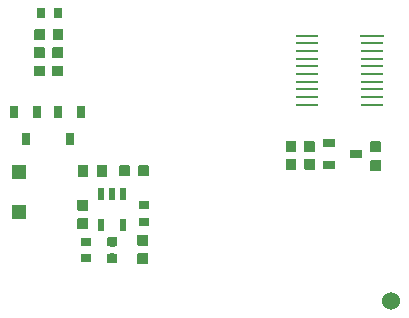
<source format=gbp>
G04*
G04 #@! TF.GenerationSoftware,Altium Limited,Altium Designer,20.0.2 (26)*
G04*
G04 Layer_Color=128*
%FSLAX25Y25*%
%MOIN*%
G70*
G01*
G75*
%ADD17C,0.06000*%
%ADD19R,0.03543X0.03937*%
%ADD20R,0.03150X0.03543*%
%ADD21R,0.03543X0.03150*%
%ADD24R,0.03402X0.03175*%
%ADD25R,0.03175X0.03402*%
%ADD60R,0.05118X0.05118*%
%ADD61R,0.03402X0.03150*%
%ADD62R,0.03937X0.03150*%
%ADD63R,0.03150X0.03937*%
%ADD64O,0.07874X0.00984*%
%ADD65R,0.07874X0.00984*%
%ADD66R,0.02362X0.03937*%
G36*
X24601Y107775D02*
Y104625D01*
X24405Y104428D01*
X21294D01*
X21098Y104625D01*
Y105578D01*
X22594D01*
Y106877D01*
X21098D01*
Y107775D01*
X21294Y107972D01*
X24405D01*
X24601Y107775D01*
D02*
G37*
G36*
X18342D02*
Y106877D01*
X16885D01*
Y105578D01*
X18342D01*
Y104625D01*
X18145Y104428D01*
X14995D01*
X14798Y104625D01*
Y107775D01*
X14995Y107972D01*
X18145D01*
X18342Y107775D01*
D02*
G37*
G36*
X24557Y101675D02*
Y98525D01*
X24360Y98328D01*
X21250D01*
X21053Y98525D01*
Y99478D01*
X22549D01*
Y100777D01*
X21053D01*
Y101675D01*
X21250Y101872D01*
X24360D01*
X24557Y101675D01*
D02*
G37*
G36*
X18297D02*
Y100777D01*
X16840D01*
Y99478D01*
X18297D01*
Y98525D01*
X18100Y98328D01*
X14951D01*
X14754Y98525D01*
Y101675D01*
X14951Y101872D01*
X18100D01*
X18297Y101675D01*
D02*
G37*
G36*
X24557Y95575D02*
Y92425D01*
X24360Y92228D01*
X21250D01*
X21053Y92425D01*
Y93378D01*
X22549D01*
Y94677D01*
X21053D01*
Y95575D01*
X21250Y95772D01*
X24360D01*
X24557Y95575D01*
D02*
G37*
G36*
X18297D02*
Y94677D01*
X16840D01*
Y93378D01*
X18297D01*
Y92425D01*
X18100Y92228D01*
X14951D01*
X14754Y92425D01*
Y95575D01*
X14951Y95772D01*
X18100D01*
X18297Y95575D01*
D02*
G37*
G36*
X32772Y50905D02*
Y47755D01*
X32575Y47558D01*
X31677D01*
Y49015D01*
X30378D01*
Y47558D01*
X29425D01*
X29228Y47755D01*
Y50905D01*
X29425Y51102D01*
X32575D01*
X32772Y50905D01*
D02*
G37*
G36*
Y44606D02*
Y41495D01*
X32575Y41298D01*
X29425D01*
X29228Y41495D01*
Y44606D01*
X29425Y44802D01*
X30378D01*
Y43306D01*
X31677D01*
Y44802D01*
X32575D01*
X32772Y44606D01*
D02*
G37*
G36*
X42582Y38352D02*
Y36370D01*
X41426Y35291D01*
X40337D01*
X39181Y36370D01*
Y38352D01*
X39433Y38603D01*
X42330D01*
X42582Y38352D01*
D02*
G37*
G36*
X42538Y32181D02*
Y30200D01*
X42286Y29948D01*
X39388D01*
X39136Y30200D01*
Y32181D01*
X40293Y33261D01*
X41381D01*
X42538Y32181D01*
D02*
G37*
G36*
X108467Y70475D02*
Y67325D01*
X108270Y67128D01*
X105160D01*
X104963Y67325D01*
Y68278D01*
X106459D01*
Y69577D01*
X104963D01*
Y70475D01*
X105160Y70672D01*
X108270D01*
X108467Y70475D01*
D02*
G37*
G36*
X102207D02*
Y69577D01*
X100751D01*
Y68278D01*
X102207D01*
Y67325D01*
X102010Y67128D01*
X98861D01*
X98664Y67325D01*
Y70475D01*
X98861Y70672D01*
X102010D01*
X102207Y70475D01*
D02*
G37*
G36*
X130472Y70339D02*
Y67190D01*
X130275Y66993D01*
X129377D01*
Y68449D01*
X128078D01*
Y66993D01*
X127125D01*
X126928Y67190D01*
Y70339D01*
X127125Y70536D01*
X130275D01*
X130472Y70339D01*
D02*
G37*
G36*
Y64040D02*
Y60930D01*
X130275Y60733D01*
X127125D01*
X126928Y60930D01*
Y64040D01*
X127125Y64237D01*
X128078D01*
Y62741D01*
X129377D01*
Y64237D01*
X130275D01*
X130472Y64040D01*
D02*
G37*
G36*
X108508Y64475D02*
Y61326D01*
X108311Y61129D01*
X105201D01*
X105004Y61326D01*
Y62278D01*
X106500D01*
Y63578D01*
X105004D01*
Y64475D01*
X105201Y64672D01*
X108311D01*
X108508Y64475D01*
D02*
G37*
G36*
X102248D02*
Y63578D01*
X100792D01*
Y62278D01*
X102248D01*
Y61326D01*
X102051Y61129D01*
X98902D01*
X98705Y61326D01*
Y64475D01*
X98902Y64672D01*
X102051D01*
X102248Y64475D01*
D02*
G37*
G36*
X53036Y62375D02*
Y59225D01*
X52839Y59028D01*
X49729D01*
X49532Y59225D01*
Y60178D01*
X51028D01*
Y61477D01*
X49532D01*
Y62375D01*
X49729Y62572D01*
X52839D01*
X53036Y62375D01*
D02*
G37*
G36*
X46776D02*
Y61477D01*
X45320D01*
Y60178D01*
X46776D01*
Y59225D01*
X46579Y59028D01*
X43430D01*
X43233Y59225D01*
Y62375D01*
X43430Y62572D01*
X46579D01*
X46776Y62375D01*
D02*
G37*
G36*
X52756Y39239D02*
Y36129D01*
X52559Y35932D01*
X51606D01*
Y37428D01*
X50307D01*
Y35932D01*
X49409D01*
X49213Y36129D01*
Y39239D01*
X49409Y39436D01*
X52559D01*
X52756Y39239D01*
D02*
G37*
G36*
Y32979D02*
Y29830D01*
X52559Y29633D01*
X49409D01*
X49213Y29830D01*
Y32979D01*
X49409Y33176D01*
X50307D01*
Y31719D01*
X51606D01*
Y33176D01*
X52559D01*
X52756Y32979D01*
D02*
G37*
D17*
X133700Y17200D02*
D03*
D19*
X37500Y60700D02*
D03*
X31201D02*
D03*
D20*
X22700Y113500D02*
D03*
X17189D02*
D03*
D21*
X51400Y43664D02*
D03*
Y49175D02*
D03*
X32000Y31545D02*
D03*
Y37056D02*
D03*
D24*
X128700Y62669D02*
D03*
Y68600D02*
D03*
X31000Y43235D02*
D03*
Y49165D02*
D03*
X50984Y37500D02*
D03*
Y31569D02*
D03*
D25*
X106531Y68900D02*
D03*
X100600D02*
D03*
X106572Y62901D02*
D03*
X100641D02*
D03*
X51100Y60800D02*
D03*
X45169D02*
D03*
X22621Y100100D02*
D03*
X16690D02*
D03*
X22621Y94000D02*
D03*
X16690D02*
D03*
X22666Y106200D02*
D03*
X16735D02*
D03*
D60*
X9800Y47040D02*
D03*
Y60426D02*
D03*
D61*
X40900Y31545D02*
D03*
Y37056D02*
D03*
D62*
X112979Y62660D02*
D03*
X122034Y66400D02*
D03*
X112979Y70141D02*
D03*
D63*
X8303Y80427D02*
D03*
X12043Y71372D02*
D03*
X15784Y80427D02*
D03*
X22903Y80327D02*
D03*
X26643Y71272D02*
D03*
X30384Y80327D02*
D03*
D64*
X127540Y98077D02*
D03*
Y95518D02*
D03*
Y92959D02*
D03*
Y90400D02*
D03*
Y87841D02*
D03*
Y85281D02*
D03*
X105886Y95518D02*
D03*
Y92959D02*
D03*
Y90400D02*
D03*
Y87841D02*
D03*
Y85282D02*
D03*
Y82722D02*
D03*
X127540D02*
D03*
X105886Y105754D02*
D03*
Y103195D02*
D03*
X127540Y100636D02*
D03*
Y103195D02*
D03*
X105886Y98077D02*
D03*
Y100636D02*
D03*
D65*
X127540Y105754D02*
D03*
D66*
X37160Y53052D02*
D03*
X40900Y53052D02*
D03*
X44640Y53052D02*
D03*
X44640Y42816D02*
D03*
X37161Y42815D02*
D03*
M02*

</source>
